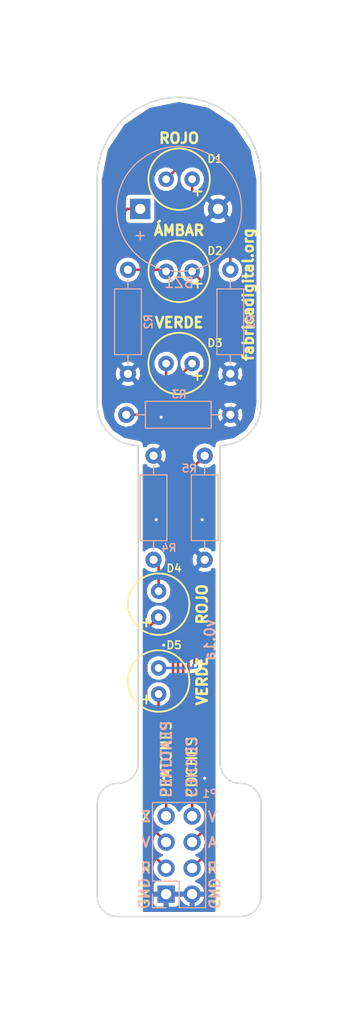
<source format=kicad_pcb>
(kicad_pcb (version 4) (host pcbnew 4.0.6-e0-6349~53~ubuntu16.04.1)

  (general
    (links 18)
    (no_connects 2)
    (area 151.924999 71.924999 168.075001 152.075001)
    (thickness 1.6)
    (drawings 45)
    (tracks 91)
    (zones 0)
    (modules 12)
    (nets 13)
  )

  (page A4)
  (layers
    (0 F.Cu signal)
    (31 B.Cu signal)
    (32 B.Adhes user)
    (33 F.Adhes user)
    (34 B.Paste user)
    (35 F.Paste user)
    (36 B.SilkS user)
    (37 F.SilkS user)
    (38 B.Mask user)
    (39 F.Mask user)
    (40 Dwgs.User user)
    (41 Cmts.User user)
    (42 Eco1.User user)
    (43 Eco2.User user)
    (44 Edge.Cuts user)
    (45 Margin user)
    (46 B.CrtYd user)
    (47 F.CrtYd user)
    (48 B.Fab user hide)
    (49 F.Fab user hide)
  )

  (setup
    (last_trace_width 0.25)
    (trace_clearance 0.25)
    (zone_clearance 0.375)
    (zone_45_only no)
    (trace_min 0.2)
    (segment_width 0.2)
    (edge_width 0.15)
    (via_size 0.6)
    (via_drill 0.3)
    (via_min_size 0.4)
    (via_min_drill 0.3)
    (uvia_size 0.3)
    (uvia_drill 0.1)
    (uvias_allowed no)
    (uvia_min_size 0.2)
    (uvia_min_drill 0.1)
    (pcb_text_width 0.3)
    (pcb_text_size 1.5 1.5)
    (mod_edge_width 0.15)
    (mod_text_size 0.75 0.75)
    (mod_text_width 0.15)
    (pad_size 1.524 1.524)
    (pad_drill 0.762)
    (pad_to_mask_clearance 0.2)
    (aux_axis_origin 152 152)
    (grid_origin 152 152)
    (visible_elements FFFFFF7F)
    (pcbplotparams
      (layerselection 0x010fc_80000001)
      (usegerberextensions true)
      (excludeedgelayer true)
      (linewidth 0.100000)
      (plotframeref false)
      (viasonmask false)
      (mode 1)
      (useauxorigin true)
      (hpglpennumber 1)
      (hpglpenspeed 20)
      (hpglpendiameter 15)
      (hpglpenoverlay 2)
      (psnegative false)
      (psa4output false)
      (plotreference true)
      (plotvalue false)
      (plotinvisibletext false)
      (padsonsilk false)
      (subtractmaskfromsilk false)
      (outputformat 1)
      (mirror false)
      (drillshape 0)
      (scaleselection 1)
      (outputdirectory fab))
  )

  (net 0 "")
  (net 1 GNDREF)
  (net 2 /ZUMBADOR)
  (net 3 "Net-(D1-Pad1)")
  (net 4 /COCHES-VERDE)
  (net 5 "Net-(D2-Pad1)")
  (net 6 /COCHES-AMBAR)
  (net 7 "Net-(D3-Pad1)")
  (net 8 /COCHES-ROJO)
  (net 9 "Net-(D4-Pad1)")
  (net 10 /PEATONES-VERDE)
  (net 11 "Net-(D5-Pad1)")
  (net 12 /PEATONES-ROJO)

  (net_class Default "This is the default net class."
    (clearance 0.25)
    (trace_width 0.25)
    (via_dia 0.6)
    (via_drill 0.3)
    (uvia_dia 0.3)
    (uvia_drill 0.1)
    (add_net /COCHES-AMBAR)
    (add_net /COCHES-ROJO)
    (add_net /COCHES-VERDE)
    (add_net /PEATONES-ROJO)
    (add_net /PEATONES-VERDE)
    (add_net /ZUMBADOR)
    (add_net GNDREF)
    (add_net "Net-(D1-Pad1)")
    (add_net "Net-(D2-Pad1)")
    (add_net "Net-(D3-Pad1)")
    (add_net "Net-(D4-Pad1)")
    (add_net "Net-(D5-Pad1)")
  )

  (module Pin_Headers:Pin_Header_Straight_2x04_Pitch2.54mm (layer B.Cu) (tedit 58D4FA9C) (tstamp 58D40AFE)
    (at 160 146)
    (descr "Through hole straight pin header, 2x04, 2.54mm pitch, double rows")
    (tags "Through hole pin header THT 2x04 2.54mm double row")
    (path /5887798C)
    (fp_text reference P1 (at 3 -6) (layer B.SilkS)
      (effects (font (size 0.75 0.75) (thickness 0.15)) (justify mirror))
    )
    (fp_text value CONN_02X04 (at 0 -6.14) (layer B.Fab)
      (effects (font (size 1 1) (thickness 0.15)) (justify mirror))
    )
    (fp_line (start -2.54 5.08) (end -2.54 -5.08) (layer B.Fab) (width 0.1))
    (fp_line (start -2.54 -5.08) (end 2.54 -5.08) (layer B.Fab) (width 0.1))
    (fp_line (start 2.54 -5.08) (end 2.54 5.08) (layer B.Fab) (width 0.1))
    (fp_line (start 2.54 5.08) (end -2.54 5.08) (layer B.Fab) (width 0.1))
    (fp_line (start -2.6 2.54) (end -2.6 -5.14) (layer B.SilkS) (width 0.12))
    (fp_line (start -2.6 -5.14) (end 2.6 -5.14) (layer B.SilkS) (width 0.12))
    (fp_line (start 2.6 -5.14) (end 2.6 5.14) (layer B.SilkS) (width 0.12))
    (fp_line (start 2.6 5.14) (end 0 5.14) (layer B.SilkS) (width 0.12))
    (fp_line (start 0 5.14) (end 0 2.54) (layer B.SilkS) (width 0.12))
    (fp_line (start 0 2.54) (end -2.6 2.54) (layer B.SilkS) (width 0.12))
    (fp_line (start -2.6 3.81) (end -2.6 5.14) (layer B.SilkS) (width 0.12))
    (fp_line (start -2.6 5.14) (end -1.27 5.14) (layer B.SilkS) (width 0.12))
    (fp_line (start -3.07 5.61) (end -3.07 -5.59) (layer B.CrtYd) (width 0.05))
    (fp_line (start -3.07 -5.59) (end 3.08 -5.59) (layer B.CrtYd) (width 0.05))
    (fp_line (start 3.08 -5.59) (end 3.08 5.61) (layer B.CrtYd) (width 0.05))
    (fp_line (start 3.08 5.61) (end -3.07 5.61) (layer B.CrtYd) (width 0.05))
    (fp_text user %R (at 0 6.14) (layer B.Fab)
      (effects (font (size 1 1) (thickness 0.15)) (justify mirror))
    )
    (pad 1 thru_hole rect (at -1.27 3.81) (size 1.7 1.7) (drill 1) (layers *.Cu *.Mask)
      (net 1 GNDREF))
    (pad 2 thru_hole oval (at 1.27 3.81) (size 1.7 1.7) (drill 1) (layers *.Cu *.Mask)
      (net 1 GNDREF))
    (pad 3 thru_hole oval (at -1.27 1.27) (size 1.7 1.7) (drill 1) (layers *.Cu *.Mask)
      (net 12 /PEATONES-ROJO))
    (pad 4 thru_hole oval (at 1.27 1.27) (size 1.7 1.7) (drill 1) (layers *.Cu *.Mask)
      (net 8 /COCHES-ROJO))
    (pad 5 thru_hole oval (at -1.27 -1.27) (size 1.7 1.7) (drill 1) (layers *.Cu *.Mask)
      (net 10 /PEATONES-VERDE))
    (pad 6 thru_hole oval (at 1.27 -1.27) (size 1.7 1.7) (drill 1) (layers *.Cu *.Mask)
      (net 6 /COCHES-AMBAR))
    (pad 7 thru_hole oval (at -1.27 -3.81) (size 1.7 1.7) (drill 1) (layers *.Cu *.Mask)
      (net 2 /ZUMBADOR))
    (pad 8 thru_hole oval (at 1.27 -3.81) (size 1.7 1.7) (drill 1) (layers *.Cu *.Mask)
      (net 4 /COCHES-VERDE))
    (model ${KISYS3DMOD}/Pin_Headers.3dshapes/Pin_Header_Straight_2x04_Pitch2.54mm.wrl
      (at (xyz 0.05 -0.15 0))
      (scale (xyz 1 1 1))
      (rotate (xyz 0 0 90))
    )
  )

  (module Resistors_THT:R_Axial_DIN0207_L6.3mm_D2.5mm_P10.16mm_Horizontal (layer B.Cu) (tedit 5874F706) (tstamp 58D40B04)
    (at 165 99 90)
    (descr "Resistor, Axial_DIN0207 series, Axial, Horizontal, pin pitch=10.16mm, 0.25W = 1/4W, length*diameter=6.3*2.5mm^2, http://cdn-reichelt.de/documents/datenblatt/B400/1_4W%23YAG.pdf")
    (tags "Resistor Axial_DIN0207 series Axial Horizontal pin pitch 10.16mm 0.25W = 1/4W length 6.3mm diameter 2.5mm")
    (path /58877498)
    (fp_text reference R1 (at 5.08 2 90) (layer B.SilkS)
      (effects (font (size 0.75 0.75) (thickness 0.15)) (justify mirror))
    )
    (fp_text value R (at 5.08 -2.31 90) (layer B.Fab)
      (effects (font (size 1 1) (thickness 0.15)) (justify mirror))
    )
    (fp_line (start 1.93 1.25) (end 1.93 -1.25) (layer B.Fab) (width 0.1))
    (fp_line (start 1.93 -1.25) (end 8.23 -1.25) (layer B.Fab) (width 0.1))
    (fp_line (start 8.23 -1.25) (end 8.23 1.25) (layer B.Fab) (width 0.1))
    (fp_line (start 8.23 1.25) (end 1.93 1.25) (layer B.Fab) (width 0.1))
    (fp_line (start 0 0) (end 1.93 0) (layer B.Fab) (width 0.1))
    (fp_line (start 10.16 0) (end 8.23 0) (layer B.Fab) (width 0.1))
    (fp_line (start 1.87 1.31) (end 1.87 -1.31) (layer B.SilkS) (width 0.12))
    (fp_line (start 1.87 -1.31) (end 8.29 -1.31) (layer B.SilkS) (width 0.12))
    (fp_line (start 8.29 -1.31) (end 8.29 1.31) (layer B.SilkS) (width 0.12))
    (fp_line (start 8.29 1.31) (end 1.87 1.31) (layer B.SilkS) (width 0.12))
    (fp_line (start 0.98 0) (end 1.87 0) (layer B.SilkS) (width 0.12))
    (fp_line (start 9.18 0) (end 8.29 0) (layer B.SilkS) (width 0.12))
    (fp_line (start -1.05 1.6) (end -1.05 -1.6) (layer B.CrtYd) (width 0.05))
    (fp_line (start -1.05 -1.6) (end 11.25 -1.6) (layer B.CrtYd) (width 0.05))
    (fp_line (start 11.25 -1.6) (end 11.25 1.6) (layer B.CrtYd) (width 0.05))
    (fp_line (start 11.25 1.6) (end -1.05 1.6) (layer B.CrtYd) (width 0.05))
    (pad 1 thru_hole circle (at 0 0 90) (size 1.6 1.6) (drill 0.8) (layers *.Cu *.Mask)
      (net 1 GNDREF))
    (pad 2 thru_hole oval (at 10.16 0 90) (size 1.6 1.6) (drill 0.8) (layers *.Cu *.Mask)
      (net 3 "Net-(D1-Pad1)"))
    (model Resistors_THT.3dshapes/R_Axial_DIN0207_L6.3mm_D2.5mm_P10.16mm_Horizontal.wrl
      (at (xyz 0 0 0))
      (scale (xyz 0.393701 0.393701 0.393701))
      (rotate (xyz 0 0 0))
    )
  )

  (module Resistors_THT:R_Axial_DIN0207_L6.3mm_D2.5mm_P10.16mm_Horizontal (layer B.Cu) (tedit 5874F706) (tstamp 58D40B0A)
    (at 155 99 90)
    (descr "Resistor, Axial_DIN0207 series, Axial, Horizontal, pin pitch=10.16mm, 0.25W = 1/4W, length*diameter=6.3*2.5mm^2, http://cdn-reichelt.de/documents/datenblatt/B400/1_4W%23YAG.pdf")
    (tags "Resistor Axial_DIN0207 series Axial Horizontal pin pitch 10.16mm 0.25W = 1/4W length 6.3mm diameter 2.5mm")
    (path /588774EF)
    (fp_text reference R2 (at 5.08 2 90) (layer B.SilkS)
      (effects (font (size 0.75 0.75) (thickness 0.15)) (justify mirror))
    )
    (fp_text value R (at 5.08 -2.31 90) (layer B.Fab)
      (effects (font (size 1 1) (thickness 0.15)) (justify mirror))
    )
    (fp_line (start 1.93 1.25) (end 1.93 -1.25) (layer B.Fab) (width 0.1))
    (fp_line (start 1.93 -1.25) (end 8.23 -1.25) (layer B.Fab) (width 0.1))
    (fp_line (start 8.23 -1.25) (end 8.23 1.25) (layer B.Fab) (width 0.1))
    (fp_line (start 8.23 1.25) (end 1.93 1.25) (layer B.Fab) (width 0.1))
    (fp_line (start 0 0) (end 1.93 0) (layer B.Fab) (width 0.1))
    (fp_line (start 10.16 0) (end 8.23 0) (layer B.Fab) (width 0.1))
    (fp_line (start 1.87 1.31) (end 1.87 -1.31) (layer B.SilkS) (width 0.12))
    (fp_line (start 1.87 -1.31) (end 8.29 -1.31) (layer B.SilkS) (width 0.12))
    (fp_line (start 8.29 -1.31) (end 8.29 1.31) (layer B.SilkS) (width 0.12))
    (fp_line (start 8.29 1.31) (end 1.87 1.31) (layer B.SilkS) (width 0.12))
    (fp_line (start 0.98 0) (end 1.87 0) (layer B.SilkS) (width 0.12))
    (fp_line (start 9.18 0) (end 8.29 0) (layer B.SilkS) (width 0.12))
    (fp_line (start -1.05 1.6) (end -1.05 -1.6) (layer B.CrtYd) (width 0.05))
    (fp_line (start -1.05 -1.6) (end 11.25 -1.6) (layer B.CrtYd) (width 0.05))
    (fp_line (start 11.25 -1.6) (end 11.25 1.6) (layer B.CrtYd) (width 0.05))
    (fp_line (start 11.25 1.6) (end -1.05 1.6) (layer B.CrtYd) (width 0.05))
    (pad 1 thru_hole circle (at 0 0 90) (size 1.6 1.6) (drill 0.8) (layers *.Cu *.Mask)
      (net 1 GNDREF))
    (pad 2 thru_hole oval (at 10.16 0 90) (size 1.6 1.6) (drill 0.8) (layers *.Cu *.Mask)
      (net 5 "Net-(D2-Pad1)"))
    (model Resistors_THT.3dshapes/R_Axial_DIN0207_L6.3mm_D2.5mm_P10.16mm_Horizontal.wrl
      (at (xyz 0 0 0))
      (scale (xyz 0.393701 0.393701 0.393701))
      (rotate (xyz 0 0 0))
    )
  )

  (module Resistors_THT:R_Axial_DIN0207_L6.3mm_D2.5mm_P10.16mm_Horizontal (layer B.Cu) (tedit 5874F706) (tstamp 58D40B10)
    (at 165 103 180)
    (descr "Resistor, Axial_DIN0207 series, Axial, Horizontal, pin pitch=10.16mm, 0.25W = 1/4W, length*diameter=6.3*2.5mm^2, http://cdn-reichelt.de/documents/datenblatt/B400/1_4W%23YAG.pdf")
    (tags "Resistor Axial_DIN0207 series Axial Horizontal pin pitch 10.16mm 0.25W = 1/4W length 6.3mm diameter 2.5mm")
    (path /58877520)
    (fp_text reference R3 (at 5 2 180) (layer B.SilkS)
      (effects (font (size 0.75 0.75) (thickness 0.15)) (justify mirror))
    )
    (fp_text value R (at 5.08 -2.31 180) (layer B.Fab)
      (effects (font (size 1 1) (thickness 0.15)) (justify mirror))
    )
    (fp_line (start 1.93 1.25) (end 1.93 -1.25) (layer B.Fab) (width 0.1))
    (fp_line (start 1.93 -1.25) (end 8.23 -1.25) (layer B.Fab) (width 0.1))
    (fp_line (start 8.23 -1.25) (end 8.23 1.25) (layer B.Fab) (width 0.1))
    (fp_line (start 8.23 1.25) (end 1.93 1.25) (layer B.Fab) (width 0.1))
    (fp_line (start 0 0) (end 1.93 0) (layer B.Fab) (width 0.1))
    (fp_line (start 10.16 0) (end 8.23 0) (layer B.Fab) (width 0.1))
    (fp_line (start 1.87 1.31) (end 1.87 -1.31) (layer B.SilkS) (width 0.12))
    (fp_line (start 1.87 -1.31) (end 8.29 -1.31) (layer B.SilkS) (width 0.12))
    (fp_line (start 8.29 -1.31) (end 8.29 1.31) (layer B.SilkS) (width 0.12))
    (fp_line (start 8.29 1.31) (end 1.87 1.31) (layer B.SilkS) (width 0.12))
    (fp_line (start 0.98 0) (end 1.87 0) (layer B.SilkS) (width 0.12))
    (fp_line (start 9.18 0) (end 8.29 0) (layer B.SilkS) (width 0.12))
    (fp_line (start -1.05 1.6) (end -1.05 -1.6) (layer B.CrtYd) (width 0.05))
    (fp_line (start -1.05 -1.6) (end 11.25 -1.6) (layer B.CrtYd) (width 0.05))
    (fp_line (start 11.25 -1.6) (end 11.25 1.6) (layer B.CrtYd) (width 0.05))
    (fp_line (start 11.25 1.6) (end -1.05 1.6) (layer B.CrtYd) (width 0.05))
    (pad 1 thru_hole circle (at 0 0 180) (size 1.6 1.6) (drill 0.8) (layers *.Cu *.Mask)
      (net 1 GNDREF))
    (pad 2 thru_hole oval (at 10.16 0 180) (size 1.6 1.6) (drill 0.8) (layers *.Cu *.Mask)
      (net 7 "Net-(D3-Pad1)"))
    (model Resistors_THT.3dshapes/R_Axial_DIN0207_L6.3mm_D2.5mm_P10.16mm_Horizontal.wrl
      (at (xyz 0 0 0))
      (scale (xyz 0.393701 0.393701 0.393701))
      (rotate (xyz 0 0 0))
    )
  )

  (module Resistors_THT:R_Axial_DIN0207_L6.3mm_D2.5mm_P10.16mm_Horizontal (layer B.Cu) (tedit 5874F706) (tstamp 58D40B16)
    (at 157.5 107 270)
    (descr "Resistor, Axial_DIN0207 series, Axial, Horizontal, pin pitch=10.16mm, 0.25W = 1/4W, length*diameter=6.3*2.5mm^2, http://cdn-reichelt.de/documents/datenblatt/B400/1_4W%23YAG.pdf")
    (tags "Resistor Axial_DIN0207 series Axial Horizontal pin pitch 10.16mm 0.25W = 1/4W length 6.3mm diameter 2.5mm")
    (path /58877554)
    (fp_text reference R4 (at 9 -1.5 360) (layer B.SilkS)
      (effects (font (size 0.75 0.75) (thickness 0.15)) (justify mirror))
    )
    (fp_text value R (at 5.08 -2.31 270) (layer B.Fab)
      (effects (font (size 1 1) (thickness 0.15)) (justify mirror))
    )
    (fp_line (start 1.93 1.25) (end 1.93 -1.25) (layer B.Fab) (width 0.1))
    (fp_line (start 1.93 -1.25) (end 8.23 -1.25) (layer B.Fab) (width 0.1))
    (fp_line (start 8.23 -1.25) (end 8.23 1.25) (layer B.Fab) (width 0.1))
    (fp_line (start 8.23 1.25) (end 1.93 1.25) (layer B.Fab) (width 0.1))
    (fp_line (start 0 0) (end 1.93 0) (layer B.Fab) (width 0.1))
    (fp_line (start 10.16 0) (end 8.23 0) (layer B.Fab) (width 0.1))
    (fp_line (start 1.87 1.31) (end 1.87 -1.31) (layer B.SilkS) (width 0.12))
    (fp_line (start 1.87 -1.31) (end 8.29 -1.31) (layer B.SilkS) (width 0.12))
    (fp_line (start 8.29 -1.31) (end 8.29 1.31) (layer B.SilkS) (width 0.12))
    (fp_line (start 8.29 1.31) (end 1.87 1.31) (layer B.SilkS) (width 0.12))
    (fp_line (start 0.98 0) (end 1.87 0) (layer B.SilkS) (width 0.12))
    (fp_line (start 9.18 0) (end 8.29 0) (layer B.SilkS) (width 0.12))
    (fp_line (start -1.05 1.6) (end -1.05 -1.6) (layer B.CrtYd) (width 0.05))
    (fp_line (start -1.05 -1.6) (end 11.25 -1.6) (layer B.CrtYd) (width 0.05))
    (fp_line (start 11.25 -1.6) (end 11.25 1.6) (layer B.CrtYd) (width 0.05))
    (fp_line (start 11.25 1.6) (end -1.05 1.6) (layer B.CrtYd) (width 0.05))
    (pad 1 thru_hole circle (at 0 0 270) (size 1.6 1.6) (drill 0.8) (layers *.Cu *.Mask)
      (net 1 GNDREF))
    (pad 2 thru_hole oval (at 10.16 0 270) (size 1.6 1.6) (drill 0.8) (layers *.Cu *.Mask)
      (net 9 "Net-(D4-Pad1)"))
    (model Resistors_THT.3dshapes/R_Axial_DIN0207_L6.3mm_D2.5mm_P10.16mm_Horizontal.wrl
      (at (xyz 0 0 0))
      (scale (xyz 0.393701 0.393701 0.393701))
      (rotate (xyz 0 0 0))
    )
  )

  (module Resistors_THT:R_Axial_DIN0207_L6.3mm_D2.5mm_P10.16mm_Horizontal (layer B.Cu) (tedit 5874F706) (tstamp 58D40B1C)
    (at 162.5 117.16 90)
    (descr "Resistor, Axial_DIN0207 series, Axial, Horizontal, pin pitch=10.16mm, 0.25W = 1/4W, length*diameter=6.3*2.5mm^2, http://cdn-reichelt.de/documents/datenblatt/B400/1_4W%23YAG.pdf")
    (tags "Resistor Axial_DIN0207 series Axial Horizontal pin pitch 10.16mm 0.25W = 1/4W length 6.3mm diameter 2.5mm")
    (path /5887759B)
    (fp_text reference R5 (at 8.91 -1.5 180) (layer B.SilkS)
      (effects (font (size 0.75 0.75) (thickness 0.15)) (justify mirror))
    )
    (fp_text value R (at 5.08 -2.31 90) (layer B.Fab)
      (effects (font (size 1 1) (thickness 0.15)) (justify mirror))
    )
    (fp_line (start 1.93 1.25) (end 1.93 -1.25) (layer B.Fab) (width 0.1))
    (fp_line (start 1.93 -1.25) (end 8.23 -1.25) (layer B.Fab) (width 0.1))
    (fp_line (start 8.23 -1.25) (end 8.23 1.25) (layer B.Fab) (width 0.1))
    (fp_line (start 8.23 1.25) (end 1.93 1.25) (layer B.Fab) (width 0.1))
    (fp_line (start 0 0) (end 1.93 0) (layer B.Fab) (width 0.1))
    (fp_line (start 10.16 0) (end 8.23 0) (layer B.Fab) (width 0.1))
    (fp_line (start 1.87 1.31) (end 1.87 -1.31) (layer B.SilkS) (width 0.12))
    (fp_line (start 1.87 -1.31) (end 8.29 -1.31) (layer B.SilkS) (width 0.12))
    (fp_line (start 8.29 -1.31) (end 8.29 1.31) (layer B.SilkS) (width 0.12))
    (fp_line (start 8.29 1.31) (end 1.87 1.31) (layer B.SilkS) (width 0.12))
    (fp_line (start 0.98 0) (end 1.87 0) (layer B.SilkS) (width 0.12))
    (fp_line (start 9.18 0) (end 8.29 0) (layer B.SilkS) (width 0.12))
    (fp_line (start -1.05 1.6) (end -1.05 -1.6) (layer B.CrtYd) (width 0.05))
    (fp_line (start -1.05 -1.6) (end 11.25 -1.6) (layer B.CrtYd) (width 0.05))
    (fp_line (start 11.25 -1.6) (end 11.25 1.6) (layer B.CrtYd) (width 0.05))
    (fp_line (start 11.25 1.6) (end -1.05 1.6) (layer B.CrtYd) (width 0.05))
    (pad 1 thru_hole circle (at 0 0 90) (size 1.6 1.6) (drill 0.8) (layers *.Cu *.Mask)
      (net 1 GNDREF))
    (pad 2 thru_hole oval (at 10.16 0 90) (size 1.6 1.6) (drill 0.8) (layers *.Cu *.Mask)
      (net 11 "Net-(D5-Pad1)"))
    (model Resistors_THT.3dshapes/R_Axial_DIN0207_L6.3mm_D2.5mm_P10.16mm_Horizontal.wrl
      (at (xyz 0 0 0))
      (scale (xyz 0.393701 0.393701 0.393701))
      (rotate (xyz 0 0 0))
    )
  )

  (module leds-thru:LED_5MM_T1-3_4 (layer F.Cu) (tedit 57DAAC8E) (tstamp 58D40EFB)
    (at 160 80)
    (path /588771FF)
    (fp_text reference D1 (at 3.5 -2) (layer F.SilkS)
      (effects (font (size 0.75 0.75) (thickness 0.15)))
    )
    (fp_text value LED (at 0 -0.5) (layer F.Fab) hide
      (effects (font (size 1 1) (thickness 0.15)))
    )
    (fp_line (start 2.2 1.2) (end 1.4 1.2) (layer F.SilkS) (width 0.18))
    (fp_line (start 1.8 0.8) (end 1.8 1.6) (layer F.SilkS) (width 0.18))
    (fp_circle (center 0 0) (end 3 0) (layer F.SilkS) (width 0.18))
    (pad 1 thru_hole circle (at -1.27 0) (size 1.524 1.524) (drill 0.75) (layers *.Cu *.Mask)
      (net 3 "Net-(D1-Pad1)"))
    (pad 2 thru_hole circle (at 1.27 0) (size 1.524 1.524) (drill 0.75) (layers *.Cu *.Mask)
      (net 8 /COCHES-ROJO))
  )

  (module leds-thru:LED_5MM_T1-3_4 (layer F.Cu) (tedit 57DAAC8E) (tstamp 58D40F00)
    (at 160 89)
    (path /58877329)
    (fp_text reference D2 (at 3.5 -2) (layer F.SilkS)
      (effects (font (size 0.75 0.75) (thickness 0.15)))
    )
    (fp_text value LED (at 0 -0.5) (layer F.Fab) hide
      (effects (font (size 1 1) (thickness 0.15)))
    )
    (fp_line (start 2.2 1.2) (end 1.4 1.2) (layer F.SilkS) (width 0.18))
    (fp_line (start 1.8 0.8) (end 1.8 1.6) (layer F.SilkS) (width 0.18))
    (fp_circle (center 0 0) (end 3 0) (layer F.SilkS) (width 0.18))
    (pad 1 thru_hole circle (at -1.27 0) (size 1.524 1.524) (drill 0.75) (layers *.Cu *.Mask)
      (net 5 "Net-(D2-Pad1)"))
    (pad 2 thru_hole circle (at 1.27 0) (size 1.524 1.524) (drill 0.75) (layers *.Cu *.Mask)
      (net 6 /COCHES-AMBAR))
  )

  (module leds-thru:LED_5MM_T1-3_4 (layer F.Cu) (tedit 57DAAC8E) (tstamp 58D40F05)
    (at 160 98)
    (path /5887734B)
    (fp_text reference D3 (at 3.5 -2) (layer F.SilkS)
      (effects (font (size 0.75 0.75) (thickness 0.15)))
    )
    (fp_text value LED (at 0 -0.5) (layer F.Fab) hide
      (effects (font (size 1 1) (thickness 0.15)))
    )
    (fp_line (start 2.2 1.2) (end 1.4 1.2) (layer F.SilkS) (width 0.18))
    (fp_line (start 1.8 0.8) (end 1.8 1.6) (layer F.SilkS) (width 0.18))
    (fp_circle (center 0 0) (end 3 0) (layer F.SilkS) (width 0.18))
    (pad 1 thru_hole circle (at -1.27 0) (size 1.524 1.524) (drill 0.75) (layers *.Cu *.Mask)
      (net 7 "Net-(D3-Pad1)"))
    (pad 2 thru_hole circle (at 1.27 0) (size 1.524 1.524) (drill 0.75) (layers *.Cu *.Mask)
      (net 4 /COCHES-VERDE))
  )

  (module leds-thru:LED_5MM_T1-3_4 (layer F.Cu) (tedit 57DAAC8E) (tstamp 58D40F0A)
    (at 158 121.5 270)
    (path /5887737E)
    (fp_text reference D4 (at -3.5 -1.5 360) (layer F.SilkS)
      (effects (font (size 0.75 0.75) (thickness 0.15)))
    )
    (fp_text value LED (at 0 -0.5 270) (layer F.Fab) hide
      (effects (font (size 1 1) (thickness 0.15)))
    )
    (fp_line (start 2.2 1.2) (end 1.4 1.2) (layer F.SilkS) (width 0.18))
    (fp_line (start 1.8 0.8) (end 1.8 1.6) (layer F.SilkS) (width 0.18))
    (fp_circle (center 0 0) (end 3 0) (layer F.SilkS) (width 0.18))
    (pad 1 thru_hole circle (at -1.27 0 270) (size 1.524 1.524) (drill 0.75) (layers *.Cu *.Mask)
      (net 9 "Net-(D4-Pad1)"))
    (pad 2 thru_hole circle (at 1.27 0 270) (size 1.524 1.524) (drill 0.75) (layers *.Cu *.Mask)
      (net 12 /PEATONES-ROJO))
  )

  (module leds-thru:LED_5MM_T1-3_4 (layer F.Cu) (tedit 57DAAC8E) (tstamp 58D40F0F)
    (at 158 129 270)
    (path /588773C2)
    (fp_text reference D5 (at -3.5 -1.5 360) (layer F.SilkS)
      (effects (font (size 0.75 0.75) (thickness 0.15)))
    )
    (fp_text value LED (at 0 -0.5 270) (layer F.Fab) hide
      (effects (font (size 1 1) (thickness 0.15)))
    )
    (fp_line (start 2.2 1.2) (end 1.4 1.2) (layer F.SilkS) (width 0.18))
    (fp_line (start 1.8 0.8) (end 1.8 1.6) (layer F.SilkS) (width 0.18))
    (fp_circle (center 0 0) (end 3 0) (layer F.SilkS) (width 0.18))
    (pad 1 thru_hole circle (at -1.27 0 270) (size 1.524 1.524) (drill 0.75) (layers *.Cu *.Mask)
      (net 11 "Net-(D5-Pad1)"))
    (pad 2 thru_hole circle (at 1.27 0 270) (size 1.524 1.524) (drill 0.75) (layers *.Cu *.Mask)
      (net 10 /PEATONES-VERDE))
  )

  (module Buzzers_Beepers:Buzzer_12x9.5RM7.6 (layer B.Cu) (tedit 58B1A329) (tstamp 5911CE68)
    (at 156.2 82.9)
    (descr "Generic Buzzer, D12mm height 9.5mm with RM7.6mm")
    (tags buzzer)
    (path /588776B0)
    (fp_text reference BZ1 (at 3.8 7.2) (layer B.SilkS)
      (effects (font (size 1 1) (thickness 0.15)) (justify mirror))
    )
    (fp_text value Buzzer (at 3.8 -7.4) (layer B.Fab)
      (effects (font (size 1 1) (thickness 0.15)) (justify mirror))
    )
    (fp_text user + (at -0.01 2.54) (layer B.Fab)
      (effects (font (size 1 1) (thickness 0.15)) (justify mirror))
    )
    (fp_text user + (at -0.01 2.54) (layer B.SilkS)
      (effects (font (size 1 1) (thickness 0.15)) (justify mirror))
    )
    (fp_text user %R (at 3.8 4) (layer B.Fab)
      (effects (font (size 1 1) (thickness 0.15)) (justify mirror))
    )
    (fp_circle (center 3.8 0) (end 10.05 0) (layer B.CrtYd) (width 0.05))
    (fp_circle (center 3.8 0) (end 9.8 0) (layer B.Fab) (width 0.1))
    (fp_circle (center 3.8 0) (end 4.8 0) (layer B.Fab) (width 0.1))
    (fp_circle (center 3.8 0) (end 9.9 0) (layer B.SilkS) (width 0.12))
    (pad 1 thru_hole rect (at 0 0) (size 2 2) (drill 1) (layers *.Cu *.Mask)
      (net 2 /ZUMBADOR))
    (pad 2 thru_hole circle (at 7.6 0) (size 2 2) (drill 1) (layers *.Cu *.Mask)
      (net 1 GNDREF))
    (model Buzzers_Beepers.3dshapes/Buzzer_12x9.5RM7.6.wrl
      (at (xyz 0.15 0 0))
      (scale (xyz 4 4 4))
      (rotate (xyz 0 0 0))
    )
  )

  (gr_line (start 152 141) (end 152 150) (layer Edge.Cuts) (width 0.15))
  (gr_line (start 168 141) (end 168 150) (layer Edge.Cuts) (width 0.15))
  (gr_arc (start 154 137) (end 156 137) (angle 90) (layer Edge.Cuts) (width 0.15))
  (gr_arc (start 154 141) (end 152 141) (angle 90) (layer Edge.Cuts) (width 0.15))
  (gr_arc (start 154 150) (end 154 152) (angle 90) (layer Edge.Cuts) (width 0.15))
  (gr_arc (start 166 150) (end 168 150) (angle 90) (layer Edge.Cuts) (width 0.15))
  (gr_arc (start 166 141) (end 166 139) (angle 90) (layer Edge.Cuts) (width 0.15))
  (gr_arc (start 166 137) (end 166 139) (angle 90) (layer Edge.Cuts) (width 0.15))
  (gr_text v0.1a (at 163 125 90) (layer B.SilkS)
    (effects (font (size 1 1) (thickness 0.2)) (justify mirror))
  )
  (gr_text fabricadigital.org (at 166.75 91.25 90) (layer F.SilkS)
    (effects (font (size 1 1) (thickness 0.25)))
  )
  (gr_text GND (at 156.6 149.75 90) (layer B.SilkS) (tstamp 58D4FBF1)
    (effects (font (size 1 1) (thickness 0.1875)) (justify mirror))
  )
  (gr_text GND (at 163.4 149.75 270) (layer B.SilkS) (tstamp 58D4FBEE)
    (effects (font (size 1 1) (thickness 0.1875)) (justify mirror))
  )
  (gr_text R (at 163.25 147.25) (layer B.SilkS) (tstamp 58D4FBEB)
    (effects (font (size 1 1) (thickness 0.1875)) (justify mirror))
  )
  (gr_text R (at 156.75 147.25) (layer B.SilkS) (tstamp 58D4FBE8)
    (effects (font (size 1 1) (thickness 0.1875)) (justify mirror))
  )
  (gr_text A (at 163.25 144.75) (layer B.SilkS) (tstamp 58D4FBE5)
    (effects (font (size 1 1) (thickness 0.1875)) (justify mirror))
  )
  (gr_text V (at 156.75 144.75) (layer B.SilkS) (tstamp 58D4FBE2)
    (effects (font (size 1 1) (thickness 0.1875)) (justify mirror))
  )
  (gr_text V (at 163.25 142.25) (layer B.SilkS) (tstamp 58D4FBDF)
    (effects (font (size 1 1) (thickness 0.1875)) (justify mirror))
  )
  (gr_text Z (at 156.75 142.25) (layer F.SilkS) (tstamp 58D4FBDC)
    (effects (font (size 1 1) (thickness 0.1875)))
  )
  (gr_text COCHES (at 161.25 140.5 90) (layer B.SilkS) (tstamp 58D4FBD7)
    (effects (font (size 1 1) (thickness 0.1875)) (justify right mirror))
  )
  (gr_text PEATONES (at 158.75 140.5 90) (layer B.SilkS) (tstamp 58D4FBD2)
    (effects (font (size 1 1) (thickness 0.1875)) (justify right mirror))
  )
  (gr_text COCHES (at 161.25 140.5 90) (layer F.SilkS) (tstamp 58D4FAED)
    (effects (font (size 1 1) (thickness 0.1875)) (justify left))
  )
  (gr_text GND (at 163.4 149.75 270) (layer F.SilkS) (tstamp 58D4FAEB)
    (effects (font (size 1 1) (thickness 0.1875)))
  )
  (gr_text GND (at 156.6 149.75 90) (layer F.SilkS)
    (effects (font (size 1 1) (thickness 0.1875)))
  )
  (gr_text A (at 163.25 144.75) (layer F.SilkS) (tstamp 58D4FA73)
    (effects (font (size 1 1) (thickness 0.1875)))
  )
  (gr_text R (at 163.25 147.25) (layer F.SilkS) (tstamp 58D4FA6D)
    (effects (font (size 1 1) (thickness 0.1875)))
  )
  (gr_text V (at 163.25 142.25) (layer F.SilkS) (tstamp 58D4FA63)
    (effects (font (size 1 1) (thickness 0.1875)))
  )
  (gr_text R (at 156.75 147.25) (layer F.SilkS) (tstamp 58D4FA1D)
    (effects (font (size 1 1) (thickness 0.1875)))
  )
  (gr_text V (at 156.75 144.75) (layer F.SilkS)
    (effects (font (size 1 1) (thickness 0.1875)))
  )
  (gr_text PEATONES (at 158.75 140.5 90) (layer F.SilkS)
    (effects (font (size 1 1) (thickness 0.1875)) (justify left))
  )
  (gr_text Z (at 156.75 142.25) (layer B.SilkS)
    (effects (font (size 1 1) (thickness 0.1875)) (justify mirror))
  )
  (gr_text VERDE (at 162.25 129 90) (layer F.SilkS) (tstamp 58D4F969)
    (effects (font (size 1 1) (thickness 0.25)))
  )
  (gr_text ROJO (at 162.25 121.5 90) (layer F.SilkS) (tstamp 58D4F946)
    (effects (font (size 1 1) (thickness 0.25)))
  )
  (gr_text VERDE (at 160 94) (layer F.SilkS) (tstamp 58D4F943)
    (effects (font (size 1 1) (thickness 0.25)))
  )
  (gr_text ÁMBAR (at 160 85) (layer F.SilkS) (tstamp 58D4F908)
    (effects (font (size 1 1) (thickness 0.25)))
  )
  (gr_text ROJO (at 160 76) (layer F.SilkS)
    (effects (font (size 1 1) (thickness 0.25)))
  )
  (dimension 80 (width 0.3) (layer Cmts.User)
    (gr_text "80,000 mm" (at 172.35 112 270) (layer Cmts.User) (tstamp 58D4FD03)
      (effects (font (size 1.5 1.5) (thickness 0.3)))
    )
    (feature1 (pts (xy 160 152) (xy 173.7 152)))
    (feature2 (pts (xy 160 72) (xy 173.7 72)))
    (crossbar (pts (xy 171 72) (xy 171 152)))
    (arrow1a (pts (xy 171 152) (xy 170.413579 150.873496)))
    (arrow1b (pts (xy 171 152) (xy 171.586421 150.873496)))
    (arrow2a (pts (xy 171 72) (xy 170.413579 73.126504)))
    (arrow2b (pts (xy 171 72) (xy 171.586421 73.126504)))
  )
  (gr_line (start 164 137) (end 164 106) (layer Edge.Cuts) (width 0.15))
  (gr_line (start 154 152) (end 166 152) (layer Edge.Cuts) (width 0.15))
  (gr_line (start 156 106) (end 156 137) (layer Edge.Cuts) (width 0.15))
  (gr_arc (start 156 102) (end 156 106) (angle 90) (layer Edge.Cuts) (width 0.15))
  (gr_arc (start 164 102) (end 168 102) (angle 90) (layer Edge.Cuts) (width 0.15))
  (gr_line (start 168 80) (end 168 102) (layer Edge.Cuts) (width 0.15))
  (dimension 16 (width 0.3) (layer Cmts.User)
    (gr_text "16,000 mm" (at 160 69.65) (layer Cmts.User)
      (effects (font (size 1.5 1.5) (thickness 0.3)))
    )
    (feature1 (pts (xy 168 80) (xy 168 68.3)))
    (feature2 (pts (xy 152 80) (xy 152 68.3)))
    (crossbar (pts (xy 152 71) (xy 168 71)))
    (arrow1a (pts (xy 168 71) (xy 166.873496 71.586421)))
    (arrow1b (pts (xy 168 71) (xy 166.873496 70.413579)))
    (arrow2a (pts (xy 152 71) (xy 153.126504 71.586421)))
    (arrow2b (pts (xy 152 71) (xy 153.126504 70.413579)))
  )
  (gr_line (start 152 80) (end 152 102) (layer Edge.Cuts) (width 0.15))
  (gr_arc (start 160 80) (end 152 80) (angle 180) (layer Edge.Cuts) (width 0.15))

  (segment (start 161.27 149.81) (end 162.472081 149.81) (width 0.25) (layer B.Cu) (net 1))
  (segment (start 162.472081 149.81) (end 163 149.282081) (width 0.25) (layer B.Cu) (net 1))
  (segment (start 163 149.282081) (end 163 139) (width 0.25) (layer B.Cu) (net 1))
  (segment (start 163 139) (end 162.5 138.5) (width 0.25) (layer B.Cu) (net 1))
  (segment (start 160.75 114.75) (end 162.25 113.25) (width 0.25) (layer B.Cu) (net 1))
  (segment (start 160.25 115.25) (end 160.75 114.75) (width 0.25) (layer B.Cu) (net 1))
  (segment (start 160.75 114.75) (end 160.75 105.75) (width 0.25) (layer B.Cu) (net 1))
  (segment (start 160.75 105.75) (end 158.25 103.25) (width 0.25) (layer B.Cu) (net 1))
  (via (at 158.25 103.25) (size 0.6) (drill 0.3) (layers F.Cu B.Cu) (net 1))
  (segment (start 160.25 116) (end 160.25 115.75) (width 0.25) (layer B.Cu) (net 1))
  (segment (start 160.25 118.5) (end 160.25 116) (width 0.25) (layer B.Cu) (net 1))
  (segment (start 160.25 116) (end 160.25 115.25) (width 0.25) (layer B.Cu) (net 1))
  (via (at 162.25 113.25) (size 0.6) (drill 0.3) (layers F.Cu B.Cu) (net 1))
  (segment (start 160.25 115.75) (end 157.75 113.25) (width 0.25) (layer B.Cu) (net 1))
  (via (at 157.75 113.25) (size 0.6) (drill 0.3) (layers F.Cu B.Cu) (net 1))
  (segment (start 162.5 120.75) (end 160.25 118.5) (width 0.25) (layer B.Cu) (net 1))
  (segment (start 162.5 125.5) (end 162.5 120.75) (width 0.25) (layer B.Cu) (net 1))
  (segment (start 162.5 125.5) (end 158.5 125.5) (width 0.25) (layer B.Cu) (net 1))
  (via (at 158.5 125.5) (size 0.6) (drill 0.3) (layers F.Cu B.Cu) (net 1))
  (segment (start 162.5 138.5) (end 162.5 125.5) (width 0.25) (layer B.Cu) (net 1))
  (segment (start 162.5 138.5) (end 158.5 138.5) (width 0.25) (layer B.Cu) (net 1))
  (via (at 158.5 138.5) (size 0.6) (drill 0.3) (layers F.Cu B.Cu) (net 1))
  (via (at 162.5 138.5) (size 0.6) (drill 0.3) (layers F.Cu B.Cu) (net 1))
  (segment (start 152.9 103.1) (end 152.9 86.3) (width 0.25) (layer F.Cu) (net 2))
  (segment (start 156.2 82.9) (end 154.95 82.9) (width 0.25) (layer F.Cu) (net 2))
  (segment (start 154.95 82.9) (end 152.9 84.95) (width 0.25) (layer F.Cu) (net 2))
  (segment (start 152.9 84.95) (end 152.9 86.3) (width 0.25) (layer F.Cu) (net 2))
  (segment (start 158.73 142.19) (end 158.73 140.987919) (width 0.25) (layer F.Cu) (net 2))
  (segment (start 158.73 140.987919) (end 159.4 140.317919) (width 0.25) (layer F.Cu) (net 2))
  (segment (start 159.4 119.42844) (end 158.8 118.82844) (width 0.25) (layer F.Cu) (net 2))
  (segment (start 159.4 140.317919) (end 159.4 119.42844) (width 0.25) (layer F.Cu) (net 2))
  (segment (start 158.8 118.82844) (end 158.8 106.5) (width 0.25) (layer F.Cu) (net 2))
  (segment (start 158.8 106.5) (end 157.5 105.2) (width 0.25) (layer F.Cu) (net 2))
  (segment (start 157.5 105.2) (end 155 105.2) (width 0.25) (layer F.Cu) (net 2))
  (segment (start 155 105.2) (end 152.9 103.1) (width 0.25) (layer F.Cu) (net 2))
  (segment (start 158.73 80) (end 160.63 78.1) (width 0.25) (layer F.Cu) (net 3))
  (segment (start 160.63 78.1) (end 163 78.1) (width 0.25) (layer F.Cu) (net 3))
  (segment (start 163 78.1) (end 166 81.1) (width 0.25) (layer F.Cu) (net 3))
  (segment (start 166 81.1) (end 166 84.4) (width 0.25) (layer F.Cu) (net 3))
  (segment (start 166 84.4) (end 165 85.4) (width 0.25) (layer F.Cu) (net 3))
  (segment (start 165 85.4) (end 165 88.84) (width 0.25) (layer F.Cu) (net 3))
  (segment (start 161.27 142.19) (end 161.27 140.987919) (width 0.25) (layer F.Cu) (net 4))
  (segment (start 159.30001 99.96999) (end 161.27 98) (width 0.25) (layer F.Cu) (net 4))
  (segment (start 161.27 140.987919) (end 159.90001 139.617929) (width 0.25) (layer F.Cu) (net 4))
  (segment (start 159.90001 139.617929) (end 159.90001 119.22133) (width 0.25) (layer F.Cu) (net 4))
  (segment (start 159.90001 119.22133) (end 159.30001 118.62133) (width 0.25) (layer F.Cu) (net 4))
  (segment (start 159.30001 118.62133) (end 159.30001 99.96999) (width 0.25) (layer F.Cu) (net 4))
  (segment (start 155 88.84) (end 158.57 88.84) (width 0.25) (layer F.Cu) (net 5))
  (segment (start 158.57 88.84) (end 158.73 89) (width 0.25) (layer F.Cu) (net 5))
  (segment (start 161.27 144.73) (end 162.6 143.4) (width 0.25) (layer F.Cu) (net 6))
  (segment (start 162.5 98.452762) (end 162.5 90.23) (width 0.25) (layer F.Cu) (net 6))
  (segment (start 162.6 143.4) (end 162.6 141.1) (width 0.25) (layer F.Cu) (net 6))
  (segment (start 162.6 141.1) (end 160.40002 138.90002) (width 0.25) (layer F.Cu) (net 6))
  (segment (start 160.40002 138.90002) (end 160.40002 119.01422) (width 0.25) (layer F.Cu) (net 6))
  (segment (start 160.40002 119.01422) (end 159.80002 118.41422) (width 0.25) (layer F.Cu) (net 6))
  (segment (start 159.80002 118.41422) (end 159.80002 101.152742) (width 0.25) (layer F.Cu) (net 6))
  (segment (start 159.80002 101.152742) (end 162.5 98.452762) (width 0.25) (layer F.Cu) (net 6))
  (segment (start 162.5 90.23) (end 161.27 89) (width 0.25) (layer F.Cu) (net 6))
  (segment (start 154.84 103) (end 155.97137 103) (width 0.25) (layer F.Cu) (net 7))
  (segment (start 155.97137 103) (end 158.73 100.24137) (width 0.25) (layer F.Cu) (net 7))
  (segment (start 158.73 100.24137) (end 158.73 99.07763) (width 0.25) (layer F.Cu) (net 7))
  (segment (start 158.73 99.07763) (end 158.73 98) (width 0.25) (layer F.Cu) (net 7))
  (segment (start 163.00001 98.659872) (end 163.00001 85.4) (width 0.25) (layer F.Cu) (net 8))
  (segment (start 161.27 80) (end 161.27 83.66999) (width 0.25) (layer F.Cu) (net 8))
  (segment (start 161.27 83.66999) (end 163.00001 85.4) (width 0.25) (layer F.Cu) (net 8))
  (segment (start 161.27 147.27) (end 163.10001 145.43999) (width 0.25) (layer F.Cu) (net 8))
  (segment (start 163.10001 145.43999) (end 163.10001 140.89289) (width 0.25) (layer F.Cu) (net 8))
  (segment (start 163.10001 140.89289) (end 160.90003 138.69291) (width 0.25) (layer F.Cu) (net 8))
  (segment (start 160.90003 138.69291) (end 160.90003 118.80711) (width 0.25) (layer F.Cu) (net 8))
  (segment (start 160.90003 118.80711) (end 160.30003 118.20711) (width 0.25) (layer F.Cu) (net 8))
  (segment (start 160.30003 118.20711) (end 160.30003 101.359852) (width 0.25) (layer F.Cu) (net 8))
  (segment (start 160.30003 101.359852) (end 163.00001 98.659872) (width 0.25) (layer F.Cu) (net 8))
  (segment (start 158 120.23) (end 158 117.66) (width 0.25) (layer F.Cu) (net 9))
  (segment (start 158 117.66) (end 157.5 117.16) (width 0.25) (layer F.Cu) (net 9))
  (segment (start 157.238001 143.238001) (end 157.288002 135.761999) (width 0.25) (layer F.Cu) (net 10))
  (segment (start 158 130.27) (end 158 131.34763) (width 0.25) (layer F.Cu) (net 10))
  (segment (start 158 131.34763) (end 157.288002 132.059628) (width 0.25) (layer F.Cu) (net 10))
  (segment (start 157.288002 132.059628) (end 157.288002 135.761999) (width 0.25) (layer F.Cu) (net 10))
  (segment (start 158.73 144.73) (end 157.238001 143.238001) (width 0.25) (layer F.Cu) (net 10))
  (segment (start 161.5 118.69996) (end 160.80004 118) (width 0.25) (layer F.Cu) (net 11))
  (segment (start 161.5 127.5) (end 161.5 125) (width 0.25) (layer F.Cu) (net 11))
  (segment (start 161.5 125) (end 161.5 118.69996) (width 0.25) (layer F.Cu) (net 11))
  (segment (start 161.57503 127.5) (end 161.5 127.5) (width 0.25) (layer F.Cu) (net 11))
  (segment (start 158 127.73) (end 161.34503 127.73) (width 0.25) (layer B.Cu) (net 11))
  (segment (start 161.34503 127.73) (end 161.57503 127.5) (width 0.25) (layer B.Cu) (net 11))
  (via (at 161.57503 127.5) (size 0.6) (drill 0.3) (layers F.Cu B.Cu) (net 11))
  (segment (start 160.80004 118) (end 160.80004 108.69996) (width 0.25) (layer F.Cu) (net 11))
  (segment (start 160.80004 108.69996) (end 162.5 107) (width 0.25) (layer F.Cu) (net 11))
  (segment (start 158.73 147.27) (end 156.787992 145.327992) (width 0.25) (layer F.Cu) (net 12))
  (segment (start 156.787992 145.327992) (end 156.787992 123.982008) (width 0.25) (layer F.Cu) (net 12))
  (segment (start 156.787992 123.982008) (end 158 122.77) (width 0.25) (layer F.Cu) (net 12))

  (zone (net 1) (net_name GNDREF) (layer B.Cu) (tstamp 0) (hatch edge 0.508)
    (priority 2)
    (connect_pads (clearance 0.375))
    (min_thickness 0.25)
    (fill yes (arc_segments 16) (thermal_gap 0.375) (thermal_bridge_width 0.5))
    (polygon
      (pts
        (xy 145 65) (xy 175 65) (xy 175 160) (xy 145 160)
      )
    )
    (filled_polygon
      (pts
        (xy 162.837114 73.150603) (xy 165.242302 74.757698) (xy 166.849397 77.162886) (xy 167.425 80.05663) (xy 167.425 101.943365)
        (xy 167.153879 103.306381) (xy 166.413875 104.413875) (xy 165.306381 105.153879) (xy 163.887823 105.436048) (xy 163.835501 105.457721)
        (xy 163.779957 105.468769) (xy 163.732869 105.500232) (xy 163.680547 105.521905) (xy 163.6405 105.561952) (xy 163.593414 105.593414)
        (xy 163.561952 105.6405) (xy 163.521905 105.680547) (xy 163.500232 105.732869) (xy 163.468769 105.779957) (xy 163.457721 105.835501)
        (xy 163.436048 105.887823) (xy 163.436048 105.944458) (xy 163.425 106) (xy 163.425 106.063914) (xy 163.419239 106.055292)
        (xy 162.997488 105.773488) (xy 162.5 105.674531) (xy 162.002512 105.773488) (xy 161.580761 106.055292) (xy 161.298957 106.477043)
        (xy 161.2 106.974531) (xy 161.2 107.025469) (xy 161.298957 107.522957) (xy 161.580761 107.944708) (xy 162.002512 108.226512)
        (xy 162.5 108.325469) (xy 162.997488 108.226512) (xy 163.419239 107.944708) (xy 163.425 107.936086) (xy 163.425 116.213967)
        (xy 163.347127 116.136094) (xy 163.255856 116.227365) (xy 163.174492 116.018979) (xy 162.6865 115.847717) (xy 162.170115 115.876238)
        (xy 161.825508 116.018979) (xy 161.744143 116.227366) (xy 162.5 116.983223) (xy 162.514142 116.969081) (xy 162.690919 117.145858)
        (xy 162.676777 117.16) (xy 162.690919 117.174142) (xy 162.514142 117.350919) (xy 162.5 117.336777) (xy 161.744143 118.092634)
        (xy 161.825508 118.301021) (xy 162.3135 118.472283) (xy 162.829885 118.443762) (xy 163.174492 118.301021) (xy 163.255856 118.092635)
        (xy 163.347127 118.183906) (xy 163.425 118.106033) (xy 163.425 151.425) (xy 156.575 151.425) (xy 156.575 150.06)
        (xy 157.38 150.06) (xy 157.38 150.759456) (xy 157.456121 150.943227) (xy 157.596773 151.08388) (xy 157.780544 151.16)
        (xy 158.48 151.16) (xy 158.605 151.035) (xy 158.605 149.935) (xy 158.855 149.935) (xy 158.855 151.035)
        (xy 158.98 151.16) (xy 159.679456 151.16) (xy 159.863227 151.08388) (xy 160.003879 150.943227) (xy 160.08 150.759456)
        (xy 160.08 150.428871) (xy 160.109038 150.49898) (xy 160.461072 150.890816) (xy 160.936258 151.118107) (xy 161.145 151.029211)
        (xy 161.145 149.935) (xy 161.395 149.935) (xy 161.395 151.029211) (xy 161.603742 151.118107) (xy 162.078928 150.890816)
        (xy 162.430962 150.49898) (xy 162.578097 150.14374) (xy 162.488606 149.935) (xy 161.395 149.935) (xy 161.145 149.935)
        (xy 160.051394 149.935) (xy 160.022469 150.002469) (xy 159.955 149.935) (xy 158.855 149.935) (xy 158.605 149.935)
        (xy 157.505 149.935) (xy 157.38 150.06) (xy 156.575 150.06) (xy 156.575 142.19) (xy 157.353552 142.19)
        (xy 157.456315 142.706623) (xy 157.748958 143.144594) (xy 158.186929 143.437237) (xy 158.301366 143.46) (xy 158.186929 143.482763)
        (xy 157.748958 143.775406) (xy 157.456315 144.213377) (xy 157.353552 144.73) (xy 157.456315 145.246623) (xy 157.748958 145.684594)
        (xy 158.186929 145.977237) (xy 158.301366 146) (xy 158.186929 146.022763) (xy 157.748958 146.315406) (xy 157.456315 146.753377)
        (xy 157.353552 147.27) (xy 157.456315 147.786623) (xy 157.748958 148.224594) (xy 158.101268 148.46) (xy 157.780544 148.46)
        (xy 157.596773 148.53612) (xy 157.456121 148.676773) (xy 157.38 148.860544) (xy 157.38 149.56) (xy 157.505 149.685)
        (xy 158.605 149.685) (xy 158.605 149.665) (xy 158.855 149.665) (xy 158.855 149.685) (xy 159.955 149.685)
        (xy 160.022469 149.617531) (xy 160.051394 149.685) (xy 161.145 149.685) (xy 161.145 149.665) (xy 161.395 149.665)
        (xy 161.395 149.685) (xy 162.488606 149.685) (xy 162.578097 149.47626) (xy 162.430962 149.12102) (xy 162.078928 148.729184)
        (xy 161.687882 148.542139) (xy 161.813071 148.517237) (xy 162.251042 148.224594) (xy 162.543685 147.786623) (xy 162.646448 147.27)
        (xy 162.543685 146.753377) (xy 162.251042 146.315406) (xy 161.813071 146.022763) (xy 161.698634 146) (xy 161.813071 145.977237)
        (xy 162.251042 145.684594) (xy 162.543685 145.246623) (xy 162.646448 144.73) (xy 162.543685 144.213377) (xy 162.251042 143.775406)
        (xy 161.813071 143.482763) (xy 161.698634 143.46) (xy 161.813071 143.437237) (xy 162.251042 143.144594) (xy 162.543685 142.706623)
        (xy 162.646448 142.19) (xy 162.543685 141.673377) (xy 162.251042 141.235406) (xy 161.813071 140.942763) (xy 161.296448 140.84)
        (xy 161.243552 140.84) (xy 160.726929 140.942763) (xy 160.288958 141.235406) (xy 160 141.667862) (xy 159.711042 141.235406)
        (xy 159.273071 140.942763) (xy 158.756448 140.84) (xy 158.703552 140.84) (xy 158.186929 140.942763) (xy 157.748958 141.235406)
        (xy 157.456315 141.673377) (xy 157.353552 142.19) (xy 156.575 142.19) (xy 156.575 130.519926) (xy 156.737781 130.519926)
        (xy 156.929505 130.983932) (xy 157.284201 131.339248) (xy 157.747871 131.53178) (xy 158.249926 131.532219) (xy 158.713932 131.340495)
        (xy 159.069248 130.985799) (xy 159.26178 130.522129) (xy 159.262219 130.020074) (xy 159.070495 129.556068) (xy 158.715799 129.200752)
        (xy 158.252129 129.00822) (xy 157.750074 129.007781) (xy 157.286068 129.199505) (xy 156.930752 129.554201) (xy 156.73822 130.017871)
        (xy 156.737781 130.519926) (xy 156.575 130.519926) (xy 156.575 127.979926) (xy 156.737781 127.979926) (xy 156.929505 128.443932)
        (xy 157.284201 128.799248) (xy 157.747871 128.99178) (xy 158.249926 128.992219) (xy 158.713932 128.800495) (xy 159.069248 128.445799)
        (xy 159.106951 128.355) (xy 161.34503 128.355) (xy 161.584207 128.307425) (xy 161.595292 128.300018) (xy 161.733462 128.300139)
        (xy 162.027602 128.178603) (xy 162.252842 127.953755) (xy 162.374891 127.659828) (xy 162.375169 127.341568) (xy 162.253633 127.047428)
        (xy 162.028785 126.822188) (xy 161.734858 126.700139) (xy 161.416598 126.699861) (xy 161.122458 126.821397) (xy 160.897218 127.046245)
        (xy 160.872821 127.105) (xy 159.107241 127.105) (xy 159.070495 127.016068) (xy 158.715799 126.660752) (xy 158.252129 126.46822)
        (xy 157.750074 126.467781) (xy 157.286068 126.659505) (xy 156.930752 127.014201) (xy 156.73822 127.477871) (xy 156.737781 127.979926)
        (xy 156.575 127.979926) (xy 156.575 123.019926) (xy 156.737781 123.019926) (xy 156.929505 123.483932) (xy 157.284201 123.839248)
        (xy 157.747871 124.03178) (xy 158.249926 124.032219) (xy 158.713932 123.840495) (xy 159.069248 123.485799) (xy 159.26178 123.022129)
        (xy 159.262219 122.520074) (xy 159.070495 122.056068) (xy 158.715799 121.700752) (xy 158.252129 121.50822) (xy 157.750074 121.507781)
        (xy 157.286068 121.699505) (xy 156.930752 122.054201) (xy 156.73822 122.517871) (xy 156.737781 123.019926) (xy 156.575 123.019926)
        (xy 156.575 120.479926) (xy 156.737781 120.479926) (xy 156.929505 120.943932) (xy 157.284201 121.299248) (xy 157.747871 121.49178)
        (xy 158.249926 121.492219) (xy 158.713932 121.300495) (xy 159.069248 120.945799) (xy 159.26178 120.482129) (xy 159.262219 119.980074)
        (xy 159.070495 119.516068) (xy 158.715799 119.160752) (xy 158.252129 118.96822) (xy 157.750074 118.967781) (xy 157.286068 119.159505)
        (xy 156.930752 119.514201) (xy 156.73822 119.977871) (xy 156.737781 120.479926) (xy 156.575 120.479926) (xy 156.575 118.096086)
        (xy 156.580761 118.104708) (xy 157.002512 118.386512) (xy 157.5 118.485469) (xy 157.997488 118.386512) (xy 158.419239 118.104708)
        (xy 158.701043 117.682957) (xy 158.8 117.185469) (xy 158.8 117.134531) (xy 158.767969 116.9735) (xy 161.187717 116.9735)
        (xy 161.216238 117.489885) (xy 161.358979 117.834492) (xy 161.567366 117.915857) (xy 162.323223 117.16) (xy 161.567366 116.404143)
        (xy 161.358979 116.485508) (xy 161.187717 116.9735) (xy 158.767969 116.9735) (xy 158.701043 116.637043) (xy 158.419239 116.215292)
        (xy 157.997488 115.933488) (xy 157.5 115.834531) (xy 157.002512 115.933488) (xy 156.580761 116.215292) (xy 156.575 116.223914)
        (xy 156.575 107.946033) (xy 156.652873 108.023906) (xy 156.744144 107.932635) (xy 156.825508 108.141021) (xy 157.3135 108.312283)
        (xy 157.829885 108.283762) (xy 158.174492 108.141021) (xy 158.255857 107.932634) (xy 157.5 107.176777) (xy 157.485858 107.190919)
        (xy 157.309081 107.014142) (xy 157.323223 107) (xy 157.676777 107) (xy 158.432634 107.755857) (xy 158.641021 107.674492)
        (xy 158.812283 107.1865) (xy 158.783762 106.670115) (xy 158.641021 106.325508) (xy 158.432634 106.244143) (xy 157.676777 107)
        (xy 157.323223 107) (xy 157.309081 106.985858) (xy 157.485858 106.809081) (xy 157.5 106.823223) (xy 158.255857 106.067366)
        (xy 158.174492 105.858979) (xy 157.6865 105.687717) (xy 157.170115 105.716238) (xy 156.825508 105.858979) (xy 156.744144 106.067365)
        (xy 156.652873 105.976094) (xy 156.575 106.053967) (xy 156.575 106) (xy 156.563952 105.944458) (xy 156.563952 105.887823)
        (xy 156.542279 105.835501) (xy 156.531231 105.779957) (xy 156.499768 105.732869) (xy 156.478095 105.680547) (xy 156.438048 105.6405)
        (xy 156.406586 105.593414) (xy 156.3595 105.561952) (xy 156.319453 105.521905) (xy 156.267131 105.500232) (xy 156.220043 105.468769)
        (xy 156.164499 105.457721) (xy 156.112177 105.436048) (xy 154.693619 105.153879) (xy 153.586125 104.413875) (xy 152.846121 103.306381)
        (xy 152.785178 103) (xy 153.514531 103) (xy 153.613488 103.497488) (xy 153.895292 103.919239) (xy 154.317043 104.201043)
        (xy 154.814531 104.3) (xy 154.865469 104.3) (xy 155.362957 104.201043) (xy 155.76466 103.932634) (xy 164.244143 103.932634)
        (xy 164.325508 104.141021) (xy 164.8135 104.312283) (xy 165.329885 104.283762) (xy 165.674492 104.141021) (xy 165.755857 103.932634)
        (xy 165 103.176777) (xy 164.244143 103.932634) (xy 155.76466 103.932634) (xy 155.784708 103.919239) (xy 156.066512 103.497488)
        (xy 156.165469 103) (xy 156.128372 102.8135) (xy 163.687717 102.8135) (xy 163.716238 103.329885) (xy 163.858979 103.674492)
        (xy 164.067366 103.755857) (xy 164.823223 103) (xy 165.176777 103) (xy 165.932634 103.755857) (xy 166.141021 103.674492)
        (xy 166.312283 103.1865) (xy 166.283762 102.670115) (xy 166.141021 102.325508) (xy 165.932634 102.244143) (xy 165.176777 103)
        (xy 164.823223 103) (xy 164.067366 102.244143) (xy 163.858979 102.325508) (xy 163.687717 102.8135) (xy 156.128372 102.8135)
        (xy 156.066512 102.502512) (xy 155.784708 102.080761) (xy 155.764661 102.067366) (xy 164.244143 102.067366) (xy 165 102.823223)
        (xy 165.755857 102.067366) (xy 165.674492 101.858979) (xy 165.1865 101.687717) (xy 164.670115 101.716238) (xy 164.325508 101.858979)
        (xy 164.244143 102.067366) (xy 155.764661 102.067366) (xy 155.362957 101.798957) (xy 154.865469 101.7) (xy 154.814531 101.7)
        (xy 154.317043 101.798957) (xy 153.895292 102.080761) (xy 153.613488 102.502512) (xy 153.514531 103) (xy 152.785178 103)
        (xy 152.575 101.943365) (xy 152.575 99.932634) (xy 154.244143 99.932634) (xy 154.325508 100.141021) (xy 154.8135 100.312283)
        (xy 155.329885 100.283762) (xy 155.674492 100.141021) (xy 155.755857 99.932634) (xy 164.244143 99.932634) (xy 164.325508 100.141021)
        (xy 164.8135 100.312283) (xy 165.329885 100.283762) (xy 165.674492 100.141021) (xy 165.755857 99.932634) (xy 165 99.176777)
        (xy 164.244143 99.932634) (xy 155.755857 99.932634) (xy 155 99.176777) (xy 154.244143 99.932634) (xy 152.575 99.932634)
        (xy 152.575 98.8135) (xy 153.687717 98.8135) (xy 153.716238 99.329885) (xy 153.858979 99.674492) (xy 154.067366 99.755857)
        (xy 154.823223 99) (xy 155.176777 99) (xy 155.932634 99.755857) (xy 156.141021 99.674492) (xy 156.312283 99.1865)
        (xy 156.283762 98.670115) (xy 156.141021 98.325508) (xy 155.947446 98.249926) (xy 157.467781 98.249926) (xy 157.659505 98.713932)
        (xy 158.014201 99.069248) (xy 158.477871 99.26178) (xy 158.979926 99.262219) (xy 159.443932 99.070495) (xy 159.799248 98.715799)
        (xy 159.99178 98.252129) (xy 159.991781 98.249926) (xy 160.007781 98.249926) (xy 160.199505 98.713932) (xy 160.554201 99.069248)
        (xy 161.017871 99.26178) (xy 161.519926 99.262219) (xy 161.983932 99.070495) (xy 162.241376 98.8135) (xy 163.687717 98.8135)
        (xy 163.716238 99.329885) (xy 163.858979 99.674492) (xy 164.067366 99.755857) (xy 164.823223 99) (xy 165.176777 99)
        (xy 165.932634 99.755857) (xy 166.141021 99.674492) (xy 166.312283 99.1865) (xy 166.283762 98.670115) (xy 166.141021 98.325508)
        (xy 165.932634 98.244143) (xy 165.176777 99) (xy 164.823223 99) (xy 164.067366 98.244143) (xy 163.858979 98.325508)
        (xy 163.687717 98.8135) (xy 162.241376 98.8135) (xy 162.339248 98.715799) (xy 162.53178 98.252129) (xy 162.531941 98.067366)
        (xy 164.244143 98.067366) (xy 165 98.823223) (xy 165.755857 98.067366) (xy 165.674492 97.858979) (xy 165.1865 97.687717)
        (xy 164.670115 97.716238) (xy 164.325508 97.858979) (xy 164.244143 98.067366) (xy 162.531941 98.067366) (xy 162.532219 97.750074)
        (xy 162.340495 97.286068) (xy 161.985799 96.930752) (xy 161.522129 96.73822) (xy 161.020074 96.737781) (xy 160.556068 96.929505)
        (xy 160.200752 97.284201) (xy 160.00822 97.747871) (xy 160.007781 98.249926) (xy 159.991781 98.249926) (xy 159.992219 97.750074)
        (xy 159.800495 97.286068) (xy 159.445799 96.930752) (xy 158.982129 96.73822) (xy 158.480074 96.737781) (xy 158.016068 96.929505)
        (xy 157.660752 97.284201) (xy 157.46822 97.747871) (xy 157.467781 98.249926) (xy 155.947446 98.249926) (xy 155.932634 98.244143)
        (xy 155.176777 99) (xy 154.823223 99) (xy 154.067366 98.244143) (xy 153.858979 98.325508) (xy 153.687717 98.8135)
        (xy 152.575 98.8135) (xy 152.575 98.067366) (xy 154.244143 98.067366) (xy 155 98.823223) (xy 155.755857 98.067366)
        (xy 155.674492 97.858979) (xy 155.1865 97.687717) (xy 154.670115 97.716238) (xy 154.325508 97.858979) (xy 154.244143 98.067366)
        (xy 152.575 98.067366) (xy 152.575 88.814531) (xy 153.7 88.814531) (xy 153.7 88.865469) (xy 153.798957 89.362957)
        (xy 154.080761 89.784708) (xy 154.502512 90.066512) (xy 155 90.165469) (xy 155.497488 90.066512) (xy 155.919239 89.784708)
        (xy 156.201043 89.362957) (xy 156.223526 89.249926) (xy 157.467781 89.249926) (xy 157.659505 89.713932) (xy 158.014201 90.069248)
        (xy 158.477871 90.26178) (xy 158.979926 90.262219) (xy 159.443932 90.070495) (xy 159.799248 89.715799) (xy 159.99178 89.252129)
        (xy 159.991781 89.249926) (xy 160.007781 89.249926) (xy 160.199505 89.713932) (xy 160.554201 90.069248) (xy 161.017871 90.26178)
        (xy 161.519926 90.262219) (xy 161.983932 90.070495) (xy 162.339248 89.715799) (xy 162.53178 89.252129) (xy 162.532162 88.814531)
        (xy 163.7 88.814531) (xy 163.7 88.865469) (xy 163.798957 89.362957) (xy 164.080761 89.784708) (xy 164.502512 90.066512)
        (xy 165 90.165469) (xy 165.497488 90.066512) (xy 165.919239 89.784708) (xy 166.201043 89.362957) (xy 166.3 88.865469)
        (xy 166.3 88.814531) (xy 166.201043 88.317043) (xy 165.919239 87.895292) (xy 165.497488 87.613488) (xy 165 87.514531)
        (xy 164.502512 87.613488) (xy 164.080761 87.895292) (xy 163.798957 88.317043) (xy 163.7 88.814531) (xy 162.532162 88.814531)
        (xy 162.532219 88.750074) (xy 162.340495 88.286068) (xy 161.985799 87.930752) (xy 161.522129 87.73822) (xy 161.020074 87.737781)
        (xy 160.556068 87.929505) (xy 160.200752 88.284201) (xy 160.00822 88.747871) (xy 160.007781 89.249926) (xy 159.991781 89.249926)
        (xy 159.992219 88.750074) (xy 159.800495 88.286068) (xy 159.445799 87.930752) (xy 158.982129 87.73822) (xy 158.480074 87.737781)
        (xy 158.016068 87.929505) (xy 157.660752 88.284201) (xy 157.46822 88.747871) (xy 157.467781 89.249926) (xy 156.223526 89.249926)
        (xy 156.3 88.865469) (xy 156.3 88.814531) (xy 156.201043 88.317043) (xy 155.919239 87.895292) (xy 155.497488 87.613488)
        (xy 155 87.514531) (xy 154.502512 87.613488) (xy 154.080761 87.895292) (xy 153.798957 88.317043) (xy 153.7 88.814531)
        (xy 152.575 88.814531) (xy 152.575 81.9) (xy 154.690205 81.9) (xy 154.690205 83.9) (xy 154.725069 84.085289)
        (xy 154.834575 84.255465) (xy 155.001661 84.36963) (xy 155.2 84.409795) (xy 157.2 84.409795) (xy 157.385289 84.374931)
        (xy 157.555465 84.265425) (xy 157.66963 84.098339) (xy 157.6941 83.977499) (xy 162.899278 83.977499) (xy 163.005184 84.206633)
        (xy 163.565712 84.411334) (xy 164.161909 84.385948) (xy 164.594816 84.206633) (xy 164.700722 83.977499) (xy 163.8 83.076777)
        (xy 162.899278 83.977499) (xy 157.6941 83.977499) (xy 157.709795 83.9) (xy 157.709795 82.665712) (xy 162.288666 82.665712)
        (xy 162.314052 83.261909) (xy 162.493367 83.694816) (xy 162.722501 83.800722) (xy 163.623223 82.9) (xy 163.976777 82.9)
        (xy 164.877499 83.800722) (xy 165.106633 83.694816) (xy 165.311334 83.134288) (xy 165.285948 82.538091) (xy 165.106633 82.105184)
        (xy 164.877499 81.999278) (xy 163.976777 82.9) (xy 163.623223 82.9) (xy 162.722501 81.999278) (xy 162.493367 82.105184)
        (xy 162.288666 82.665712) (xy 157.709795 82.665712) (xy 157.709795 81.9) (xy 157.695213 81.822501) (xy 162.899278 81.822501)
        (xy 163.8 82.723223) (xy 164.700722 81.822501) (xy 164.594816 81.593367) (xy 164.034288 81.388666) (xy 163.438091 81.414052)
        (xy 163.005184 81.593367) (xy 162.899278 81.822501) (xy 157.695213 81.822501) (xy 157.674931 81.714711) (xy 157.565425 81.544535)
        (xy 157.398339 81.43037) (xy 157.2 81.390205) (xy 155.2 81.390205) (xy 155.014711 81.425069) (xy 154.844535 81.534575)
        (xy 154.73037 81.701661) (xy 154.690205 81.9) (xy 152.575 81.9) (xy 152.575 80.249926) (xy 157.467781 80.249926)
        (xy 157.659505 80.713932) (xy 158.014201 81.069248) (xy 158.477871 81.26178) (xy 158.979926 81.262219) (xy 159.443932 81.070495)
        (xy 159.799248 80.715799) (xy 159.99178 80.252129) (xy 159.991781 80.249926) (xy 160.007781 80.249926) (xy 160.199505 80.713932)
        (xy 160.554201 81.069248) (xy 161.017871 81.26178) (xy 161.519926 81.262219) (xy 161.983932 81.070495) (xy 162.339248 80.715799)
        (xy 162.53178 80.252129) (xy 162.532219 79.750074) (xy 162.340495 79.286068) (xy 161.985799 78.930752) (xy 161.522129 78.73822)
        (xy 161.020074 78.737781) (xy 160.556068 78.929505) (xy 160.200752 79.284201) (xy 160.00822 79.747871) (xy 160.007781 80.249926)
        (xy 159.991781 80.249926) (xy 159.992219 79.750074) (xy 159.800495 79.286068) (xy 159.445799 78.930752) (xy 158.982129 78.73822)
        (xy 158.480074 78.737781) (xy 158.016068 78.929505) (xy 157.660752 79.284201) (xy 157.46822 79.747871) (xy 157.467781 80.249926)
        (xy 152.575 80.249926) (xy 152.575 80.056635) (xy 153.150603 77.162886) (xy 154.757698 74.757698) (xy 157.162886 73.150603)
        (xy 159.999998 72.586265)
      )
    )
  )
  (zone (net 1) (net_name GNDREF) (layer F.Cu) (tstamp 0) (hatch edge 0.508)
    (priority 2)
    (connect_pads (clearance 0.375))
    (min_thickness 0.25)
    (fill yes (arc_segments 16) (thermal_gap 0.375) (thermal_bridge_width 0.5))
    (polygon
      (pts
        (xy 142.5 62.5) (xy 177.5 62.5) (xy 177.5 162.5) (xy 142.5 162.5)
      )
    )
    (filled_polygon
      (pts
        (xy 163.425 151.425) (xy 156.575 151.425) (xy 156.575 150.06) (xy 157.38 150.06) (xy 157.38 150.759456)
        (xy 157.456121 150.943227) (xy 157.596773 151.08388) (xy 157.780544 151.16) (xy 158.48 151.16) (xy 158.605 151.035)
        (xy 158.605 149.935) (xy 158.855 149.935) (xy 158.855 151.035) (xy 158.98 151.16) (xy 159.679456 151.16)
        (xy 159.863227 151.08388) (xy 160.003879 150.943227) (xy 160.08 150.759456) (xy 160.08 150.428871) (xy 160.109038 150.49898)
        (xy 160.461072 150.890816) (xy 160.936258 151.118107) (xy 161.145 151.029211) (xy 161.145 149.935) (xy 161.395 149.935)
        (xy 161.395 151.029211) (xy 161.603742 151.118107) (xy 162.078928 150.890816) (xy 162.430962 150.49898) (xy 162.578097 150.14374)
        (xy 162.488606 149.935) (xy 161.395 149.935) (xy 161.145 149.935) (xy 160.051394 149.935) (xy 160.022469 150.002469)
        (xy 159.955 149.935) (xy 158.855 149.935) (xy 158.605 149.935) (xy 157.505 149.935) (xy 157.38 150.06)
        (xy 156.575 150.06) (xy 156.575 145.998884) (xy 157.435274 146.859158) (xy 157.353552 147.27) (xy 157.456315 147.786623)
        (xy 157.748958 148.224594) (xy 158.101268 148.46) (xy 157.780544 148.46) (xy 157.596773 148.53612) (xy 157.456121 148.676773)
        (xy 157.38 148.860544) (xy 157.38 149.56) (xy 157.505 149.685) (xy 158.605 149.685) (xy 158.605 149.665)
        (xy 158.855 149.665) (xy 158.855 149.685) (xy 159.955 149.685) (xy 160.022469 149.617531) (xy 160.051394 149.685)
        (xy 161.145 149.685) (xy 161.145 149.665) (xy 161.395 149.665) (xy 161.395 149.685) (xy 162.488606 149.685)
        (xy 162.578097 149.47626) (xy 162.430962 149.12102) (xy 162.078928 148.729184) (xy 161.687882 148.542139) (xy 161.813071 148.517237)
        (xy 162.251042 148.224594) (xy 162.543685 147.786623) (xy 162.646448 147.27) (xy 162.564726 146.859158) (xy 163.425 145.998884)
      )
    )
    (filled_polygon
      (pts
        (xy 158.775 140.059035) (xy 158.288058 140.545977) (xy 158.152575 140.748742) (xy 158.105 140.987919) (xy 158.105 140.997506)
        (xy 157.876981 141.149864) (xy 157.912988 135.766179) (xy 157.912587 135.764088) (xy 157.913002 135.761999) (xy 157.913002 132.318512)
        (xy 158.441942 131.789572) (xy 158.577425 131.586808) (xy 158.618583 131.379893) (xy 158.713932 131.340495) (xy 158.775 131.279534)
      )
    )
    (filled_polygon
      (pts
        (xy 163.347127 118.183906) (xy 163.425 118.106033) (xy 163.425 140.333997) (xy 161.52503 138.434026) (xy 161.52503 128.299957)
        (xy 161.733462 128.300139) (xy 162.027602 128.178603) (xy 162.252842 127.953755) (xy 162.374891 127.659828) (xy 162.375169 127.341568)
        (xy 162.253633 127.047428) (xy 162.125 126.918571) (xy 162.125 118.69996) (xy 162.077425 118.460783) (xy 162.015145 118.367575)
        (xy 162.3135 118.472283) (xy 162.829885 118.443762) (xy 163.174492 118.301021) (xy 163.255856 118.092635)
      )
    )
    (filled_polygon
      (pts
        (xy 158.775 126.720056) (xy 158.715799 126.660752) (xy 158.252129 126.46822) (xy 157.750074 126.467781) (xy 157.412992 126.607061)
        (xy 157.412992 124.240892) (xy 157.659004 123.99488) (xy 157.747871 124.03178) (xy 158.249926 124.032219) (xy 158.713932 123.840495)
        (xy 158.775 123.779534)
      )
    )
    (filled_polygon
      (pts
        (xy 163.425 116.213967) (xy 163.347127 116.136094) (xy 163.255856 116.227365) (xy 163.174492 116.018979) (xy 162.6865 115.847717)
        (xy 162.170115 115.876238) (xy 161.825508 116.018979) (xy 161.744143 116.227366) (xy 162.5 116.983223) (xy 162.514142 116.969081)
        (xy 162.690919 117.145858) (xy 162.676777 117.16) (xy 162.690919 117.174142) (xy 162.514142 117.350919) (xy 162.5 117.336777)
        (xy 162.485858 117.350919) (xy 162.309081 117.174142) (xy 162.323223 117.16) (xy 161.567366 116.404143) (xy 161.42504 116.459714)
        (xy 161.42504 108.958844) (xy 162.131679 108.252205) (xy 162.5 108.325469) (xy 162.997488 108.226512) (xy 163.419239 107.944708)
        (xy 163.425 107.936086)
      )
    )
    (filled_polygon
      (pts
        (xy 156.825508 108.141021) (xy 157.3135 108.312283) (xy 157.829885 108.283762) (xy 158.174492 108.141021) (xy 158.175 108.13972)
        (xy 158.175 116.052097) (xy 157.997488 115.933488) (xy 157.5 115.834531) (xy 157.002512 115.933488) (xy 156.580761 116.215292)
        (xy 156.575 116.223914) (xy 156.575 107.946033) (xy 156.652873 108.023906) (xy 156.744144 107.932635)
      )
    )
    (filled_polygon
      (pts
        (xy 162.837114 73.150603) (xy 165.242302 74.757698) (xy 166.849397 77.162886) (xy 167.425 80.05663) (xy 167.425 101.943365)
        (xy 167.153879 103.306381) (xy 166.413875 104.413875) (xy 165.306381 105.153879) (xy 163.887823 105.436048) (xy 163.835501 105.457721)
        (xy 163.779957 105.468769) (xy 163.732869 105.500232) (xy 163.680547 105.521905) (xy 163.6405 105.561952) (xy 163.593414 105.593414)
        (xy 163.561952 105.6405) (xy 163.521905 105.680547) (xy 163.500232 105.732869) (xy 163.468769 105.779957) (xy 163.457721 105.835501)
        (xy 163.436048 105.887823) (xy 163.436048 105.944458) (xy 163.425 106) (xy 163.425 106.063914) (xy 163.419239 106.055292)
        (xy 162.997488 105.773488) (xy 162.5 105.674531) (xy 162.002512 105.773488) (xy 161.580761 106.055292) (xy 161.298957 106.477043)
        (xy 161.2 106.974531) (xy 161.2 107.025469) (xy 161.264813 107.351304) (xy 160.92503 107.691086) (xy 160.92503 103.932634)
        (xy 164.244143 103.932634) (xy 164.325508 104.141021) (xy 164.8135 104.312283) (xy 165.329885 104.283762) (xy 165.674492 104.141021)
        (xy 165.755857 103.932634) (xy 165 103.176777) (xy 164.244143 103.932634) (xy 160.92503 103.932634) (xy 160.92503 102.8135)
        (xy 163.687717 102.8135) (xy 163.716238 103.329885) (xy 163.858979 103.674492) (xy 164.067366 103.755857) (xy 164.823223 103)
        (xy 165.176777 103) (xy 165.932634 103.755857) (xy 166.141021 103.674492) (xy 166.312283 103.1865) (xy 166.283762 102.670115)
        (xy 166.141021 102.325508) (xy 165.932634 102.244143) (xy 165.176777 103) (xy 164.823223 103) (xy 164.067366 102.244143)
        (xy 163.858979 102.325508) (xy 163.687717 102.8135) (xy 160.92503 102.8135) (xy 160.92503 102.067366) (xy 164.244143 102.067366)
        (xy 165 102.823223) (xy 165.755857 102.067366) (xy 165.674492 101.858979) (xy 165.1865 101.687717) (xy 164.670115 101.716238)
        (xy 164.325508 101.858979) (xy 164.244143 102.067366) (xy 160.92503 102.067366) (xy 160.92503 101.618736) (xy 162.611132 99.932634)
        (xy 164.244143 99.932634) (xy 164.325508 100.141021) (xy 164.8135 100.312283) (xy 165.329885 100.283762) (xy 165.674492 100.141021)
        (xy 165.755857 99.932634) (xy 165 99.176777) (xy 164.244143 99.932634) (xy 162.611132 99.932634) (xy 163.441952 99.101814)
        (xy 163.577435 98.89905) (xy 163.594451 98.8135) (xy 163.687717 98.8135) (xy 163.716238 99.329885) (xy 163.858979 99.674492)
        (xy 164.067366 99.755857) (xy 164.823223 99) (xy 165.176777 99) (xy 165.932634 99.755857) (xy 166.141021 99.674492)
        (xy 166.312283 99.1865) (xy 166.283762 98.670115) (xy 166.141021 98.325508) (xy 165.932634 98.244143) (xy 165.176777 99)
        (xy 164.823223 99) (xy 164.067366 98.244143) (xy 163.858979 98.325508) (xy 163.687717 98.8135) (xy 163.594451 98.8135)
        (xy 163.62501 98.659872) (xy 163.62501 98.067366) (xy 164.244143 98.067366) (xy 165 98.823223) (xy 165.755857 98.067366)
        (xy 165.674492 97.858979) (xy 165.1865 97.687717) (xy 164.670115 97.716238) (xy 164.325508 97.858979) (xy 164.244143 98.067366)
        (xy 163.62501 98.067366) (xy 163.62501 85.400005) (xy 163.625011 85.4) (xy 163.577435 85.160823) (xy 163.486681 85.025)
        (xy 163.441952 84.958058) (xy 163.441949 84.958056) (xy 162.461393 83.977499) (xy 162.899278 83.977499) (xy 163.005184 84.206633)
        (xy 163.565712 84.411334) (xy 164.161909 84.385948) (xy 164.594816 84.206633) (xy 164.700722 83.977499) (xy 163.8 83.076777)
        (xy 162.899278 83.977499) (xy 162.461393 83.977499) (xy 161.895 83.411106) (xy 161.895 82.665712) (xy 162.288666 82.665712)
        (xy 162.314052 83.261909) (xy 162.493367 83.694816) (xy 162.722501 83.800722) (xy 163.623223 82.9) (xy 163.976777 82.9)
        (xy 164.877499 83.800722) (xy 165.106633 83.694816) (xy 165.311334 83.134288) (xy 165.285948 82.538091) (xy 165.106633 82.105184)
        (xy 164.877499 81.999278) (xy 163.976777 82.9) (xy 163.623223 82.9) (xy 162.722501 81.999278) (xy 162.493367 82.105184)
        (xy 162.288666 82.665712) (xy 161.895 82.665712) (xy 161.895 81.822501) (xy 162.899278 81.822501) (xy 163.8 82.723223)
        (xy 164.700722 81.822501) (xy 164.594816 81.593367) (xy 164.034288 81.388666) (xy 163.438091 81.414052) (xy 163.005184 81.593367)
        (xy 162.899278 81.822501) (xy 161.895 81.822501) (xy 161.895 81.107241) (xy 161.983932 81.070495) (xy 162.339248 80.715799)
        (xy 162.53178 80.252129) (xy 162.532219 79.750074) (xy 162.340495 79.286068) (xy 162.179708 79.125) (xy 163.141116 79.125)
        (xy 165.375 81.358884) (xy 165.375 84.141117) (xy 164.558058 84.958058) (xy 164.422575 85.160823) (xy 164.375 85.4)
        (xy 164.375 87.698688) (xy 164.080761 87.895292) (xy 163.798957 88.317043) (xy 163.7 88.814531) (xy 163.7 88.865469)
        (xy 163.798957 89.362957) (xy 164.080761 89.784708) (xy 164.502512 90.066512) (xy 165 90.165469) (xy 165.497488 90.066512)
        (xy 165.919239 89.784708) (xy 166.201043 89.362957) (xy 166.3 88.865469) (xy 166.3 88.814531) (xy 166.201043 88.317043)
        (xy 165.919239 87.895292) (xy 165.625 87.698688) (xy 165.625 85.658884) (xy 166.441939 84.841944) (xy 166.441942 84.841942)
        (xy 166.577425 84.639177) (xy 166.625001 84.4) (xy 166.625 84.399995) (xy 166.625 81.1) (xy 166.577425 80.860823)
        (xy 166.577425 80.860822) (xy 166.441942 80.658058) (xy 163.841942 78.058058) (xy 163.639177 77.922575) (xy 163.4 77.875)
        (xy 160.23 77.875) (xy 159.990822 77.922575) (xy 159.909606 77.976842) (xy 159.788058 78.058058) (xy 159.788056 78.058061)
        (xy 159.070996 78.775121) (xy 158.982129 78.73822) (xy 158.480074 78.737781) (xy 158.016068 78.929505) (xy 157.660752 79.284201)
        (xy 157.46822 79.747871) (xy 157.467781 80.249926) (xy 157.659505 80.713932) (xy 158.014201 81.069248) (xy 158.477871 81.26178)
        (xy 158.979926 81.262219) (xy 159.443932 81.070495) (xy 159.799248 80.715799) (xy 159.99178 80.252129) (xy 159.992219 79.750074)
        (xy 159.954674 79.659209) (xy 160.1092 79.504683) (xy 160.00822 79.747871) (xy 160.007781 80.249926) (xy 160.199505 80.713932)
        (xy 160.554201 81.069248) (xy 160.645 81.106951) (xy 160.645 83.66999) (xy 160.692575 83.909167) (xy 160.828058 84.111932)
        (xy 162.37501 85.658883) (xy 162.37501 88.3696) (xy 162.340495 88.286068) (xy 161.985799 87.930752) (xy 161.522129 87.73822)
        (xy 161.020074 87.737781) (xy 160.556068 87.929505) (xy 160.200752 88.284201) (xy 160.00822 88.747871) (xy 160.007781 89.249926)
        (xy 160.199505 89.713932) (xy 160.554201 90.069248) (xy 161.017871 90.26178) (xy 161.519926 90.262219) (xy 161.61079 90.224674)
        (xy 161.875 90.488884) (xy 161.875 96.884744) (xy 161.522129 96.73822) (xy 161.020074 96.737781) (xy 160.556068 96.929505)
        (xy 160.200752 97.284201) (xy 160.00822 97.747871) (xy 160.007781 98.249926) (xy 160.045326 98.340791) (xy 159.8908 98.495316)
        (xy 159.99178 98.252129) (xy 159.992219 97.750074) (xy 159.800495 97.286068) (xy 159.445799 96.930752) (xy 158.982129 96.73822)
        (xy 158.480074 96.737781) (xy 158.016068 96.929505) (xy 157.660752 97.284201) (xy 157.46822 97.747871) (xy 157.467781 98.249926)
        (xy 157.659505 98.713932) (xy 158.014201 99.069248) (xy 158.105 99.106951) (xy 158.105 99.982486) (xy 155.873635 102.213851)
        (xy 155.784708 102.080761) (xy 155.362957 101.798957) (xy 154.865469 101.7) (xy 154.814531 101.7) (xy 154.317043 101.798957)
        (xy 153.895292 102.080761) (xy 153.613488 102.502512) (xy 153.542629 102.858745) (xy 153.525 102.841116) (xy 153.525 99.932634)
        (xy 154.244143 99.932634) (xy 154.325508 100.141021) (xy 154.8135 100.312283) (xy 155.329885 100.283762) (xy 155.674492 100.141021)
        (xy 155.755857 99.932634) (xy 155 99.176777) (xy 154.244143 99.932634) (xy 153.525 99.932634) (xy 153.525 98.8135)
        (xy 153.687717 98.8135) (xy 153.716238 99.329885) (xy 153.858979 99.674492) (xy 154.067366 99.755857) (xy 154.823223 99)
        (xy 155.176777 99) (xy 155.932634 99.755857) (xy 156.141021 99.674492) (xy 156.312283 99.1865) (xy 156.283762 98.670115)
        (xy 156.141021 98.325508) (xy 155.932634 98.244143) (xy 155.176777 99) (xy 154.823223 99) (xy 154.067366 98.244143)
        (xy 153.858979 98.325508) (xy 153.687717 98.8135) (xy 153.525 98.8135) (xy 153.525 98.067366) (xy 154.244143 98.067366)
        (xy 155 98.823223) (xy 155.755857 98.067366) (xy 155.674492 97.858979) (xy 155.1865 97.687717) (xy 154.670115 97.716238)
        (xy 154.325508 97.858979) (xy 154.244143 98.067366) (xy 153.525 98.067366) (xy 153.525 88.814531) (xy 153.7 88.814531)
        (xy 153.7 88.865469) (xy 153.798957 89.362957) (xy 154.080761 89.784708) (xy 154.502512 90.066512) (xy 155 90.165469)
        (xy 155.497488 90.066512) (xy 155.919239 89.784708) (xy 156.13286 89.465) (xy 157.556648 89.465) (xy 157.659505 89.713932)
        (xy 158.014201 90.069248) (xy 158.477871 90.26178) (xy 158.979926 90.262219) (xy 159.443932 90.070495) (xy 159.799248 89.715799)
        (xy 159.99178 89.252129) (xy 159.992219 88.750074) (xy 159.800495 88.286068) (xy 159.445799 87.930752) (xy 158.982129 87.73822)
        (xy 158.480074 87.737781) (xy 158.016068 87.929505) (xy 157.730074 88.215) (xy 156.13286 88.215) (xy 155.919239 87.895292)
        (xy 155.497488 87.613488) (xy 155 87.514531) (xy 154.502512 87.613488) (xy 154.080761 87.895292) (xy 153.798957 88.317043)
        (xy 153.7 88.814531) (xy 153.525 88.814531) (xy 153.525 85.208884) (xy 154.712958 84.020926) (xy 154.725069 84.085289)
        (xy 154.834575 84.255465) (xy 155.001661 84.36963) (xy 155.2 84.409795) (xy 157.2 84.409795) (xy 157.385289 84.374931)
        (xy 157.555465 84.265425) (xy 157.66963 84.098339) (xy 157.709795 83.9) (xy 157.709795 81.9) (xy 157.674931 81.714711)
        (xy 157.565425 81.544535) (xy 157.398339 81.43037) (xy 157.2 81.390205) (xy 155.2 81.390205) (xy 155.014711 81.425069)
        (xy 154.844535 81.534575) (xy 154.73037 81.701661) (xy 154.690205 81.9) (xy 154.690205 82.336351) (xy 154.508058 82.458058)
        (xy 152.575 84.391116) (xy 152.575 80.056635) (xy 153.150603 77.162886) (xy 154.757698 74.757698) (xy 157.162886 73.150603)
        (xy 159.999998 72.586265)
      )
    )
    (filled_polygon
      (pts
        (xy 157.690919 106.985858) (xy 157.676777 107) (xy 157.690919 107.014142) (xy 157.514142 107.190919) (xy 157.5 107.176777)
        (xy 157.485858 107.190919) (xy 157.309081 107.014142) (xy 157.323223 107) (xy 157.309081 106.985858) (xy 157.485858 106.809081)
        (xy 157.5 106.823223) (xy 157.514142 106.809081)
      )
    )
    (filled_polygon
      (pts
        (xy 158.67501 105.491127) (xy 157.941942 104.758058) (xy 157.739177 104.622575) (xy 157.5 104.575) (xy 155.258883 104.575)
        (xy 154.964237 104.280354) (xy 155.362957 104.201043) (xy 155.784708 103.919239) (xy 155.982835 103.622719) (xy 156.210547 103.577425)
        (xy 156.413312 103.441942) (xy 158.67501 101.180244)
      )
    )
  )
)

</source>
